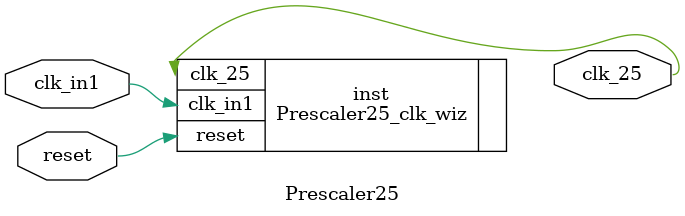
<source format=v>


`timescale 1ps/1ps

(* CORE_GENERATION_INFO = "Prescaler25,clk_wiz_v6_0_3_0_0,{component_name=Prescaler25,use_phase_alignment=true,use_min_o_jitter=false,use_max_i_jitter=false,use_dyn_phase_shift=false,use_inclk_switchover=false,use_dyn_reconfig=false,enable_axi=0,feedback_source=FDBK_AUTO,PRIMITIVE=MMCM,num_out_clk=1,clkin1_period=10.000,clkin2_period=10.000,use_power_down=false,use_reset=true,use_locked=false,use_inclk_stopped=false,feedback_type=SINGLE,CLOCK_MGR_TYPE=NA,manual_override=false}" *)

module Prescaler25 
 (
  // Clock out ports
  output        clk_25,
  // Status and control signals
  input         reset,
 // Clock in ports
  input         clk_in1
 );

  Prescaler25_clk_wiz inst
  (
  // Clock out ports  
  .clk_25(clk_25),
  // Status and control signals               
  .reset(reset), 
 // Clock in ports
  .clk_in1(clk_in1)
  );

endmodule

</source>
